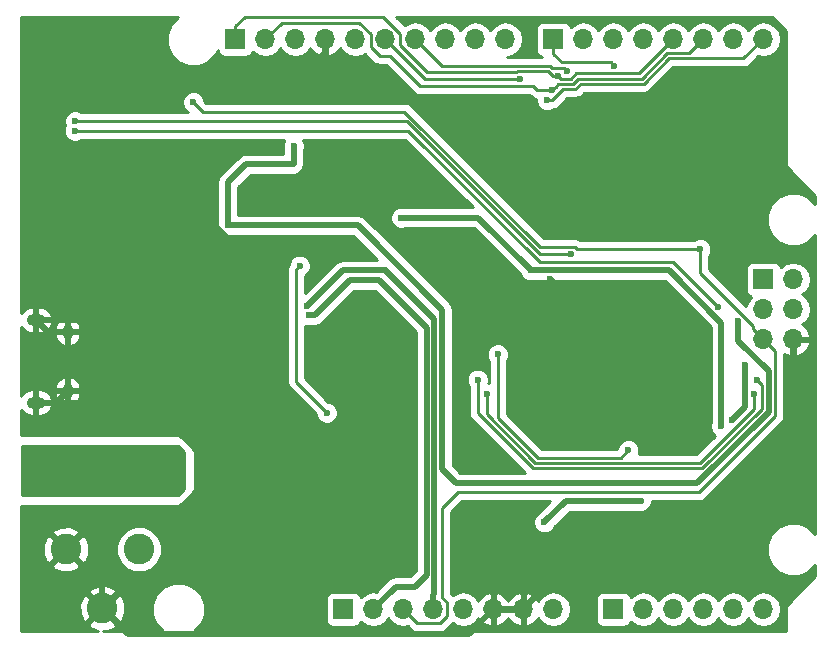
<source format=gbl>
G04 #@! TF.FileFunction,Copper,L2,Bot,Signal*
%FSLAX46Y46*%
G04 Gerber Fmt 4.6, Leading zero omitted, Abs format (unit mm)*
G04 Created by KiCad (PCBNEW 4.0.7) date 10/13/17 09:34:35*
%MOMM*%
%LPD*%
G01*
G04 APERTURE LIST*
%ADD10C,0.100000*%
%ADD11C,2.600000*%
%ADD12R,1.700000X1.700000*%
%ADD13O,1.700000X1.700000*%
%ADD14O,0.950000X1.250000*%
%ADD15O,1.550000X1.000000*%
%ADD16C,0.600000*%
%ADD17C,0.500000*%
%ADD18C,0.250000*%
%ADD19C,0.254000*%
G04 APERTURE END LIST*
D10*
D11*
X75565000Y-119380000D03*
X81765000Y-119380000D03*
X78665000Y-124380000D03*
D12*
X99060000Y-124460000D03*
D13*
X101600000Y-124460000D03*
X104140000Y-124460000D03*
X106680000Y-124460000D03*
X109220000Y-124460000D03*
X111760000Y-124460000D03*
X114300000Y-124460000D03*
X116840000Y-124460000D03*
D12*
X121920000Y-124460000D03*
D13*
X124460000Y-124460000D03*
X127000000Y-124460000D03*
X129540000Y-124460000D03*
X132080000Y-124460000D03*
X134620000Y-124460000D03*
D12*
X89916000Y-76200000D03*
D13*
X92456000Y-76200000D03*
X94996000Y-76200000D03*
X97536000Y-76200000D03*
X100076000Y-76200000D03*
X102616000Y-76200000D03*
X105156000Y-76200000D03*
X107696000Y-76200000D03*
X110236000Y-76200000D03*
X112776000Y-76200000D03*
D12*
X116840000Y-76200000D03*
D13*
X119380000Y-76200000D03*
X121920000Y-76200000D03*
X124460000Y-76200000D03*
X127000000Y-76200000D03*
X129540000Y-76200000D03*
X132080000Y-76200000D03*
X134620000Y-76200000D03*
D12*
X134620000Y-96520000D03*
D13*
X137160000Y-96520000D03*
X134620000Y-99060000D03*
X137160000Y-99060000D03*
X134620000Y-101600000D03*
X137160000Y-101600000D03*
D14*
X75725000Y-100965000D03*
X75725000Y-105965000D03*
D15*
X73025000Y-99965000D03*
X73025000Y-106965000D03*
D16*
X94869000Y-85217000D03*
X89281000Y-91948000D03*
X132461000Y-100076000D03*
X91428462Y-93282252D03*
X116600000Y-96500000D03*
X85598000Y-86360000D03*
X81153000Y-80645000D03*
X101473000Y-99695000D03*
X102362000Y-110236000D03*
X94107000Y-114935000D03*
X130175000Y-116459000D03*
X114000000Y-108800000D03*
X119300000Y-109900000D03*
X124254010Y-115297380D03*
X133096000Y-103759000D03*
X131953000Y-108458000D03*
X116078000Y-117094000D03*
X123190000Y-110998000D03*
X112141000Y-102870000D03*
X103981814Y-91313132D03*
X114921273Y-95759937D03*
X131064000Y-108966000D03*
X95359934Y-95377000D03*
X97663000Y-107823000D03*
X77470000Y-114300000D03*
X77470000Y-111125000D03*
X83820000Y-114300000D03*
X82550000Y-114300000D03*
X81280000Y-114300000D03*
X80010000Y-114300000D03*
X78740000Y-114300000D03*
X78740000Y-111125000D03*
X80010000Y-111125000D03*
X81280000Y-111125000D03*
X82550000Y-111125000D03*
X83820000Y-111125000D03*
X96139000Y-99568000D03*
X95983136Y-98783318D03*
X102616000Y-95758000D03*
X118335171Y-94417935D03*
X76356713Y-83130206D03*
X130777811Y-98838189D03*
X76322004Y-83929464D03*
X86360000Y-81534000D03*
X129286000Y-93980000D03*
X117254819Y-79332452D03*
X116724637Y-80499037D03*
X114060471Y-79548868D03*
X118020375Y-78900033D03*
X121985560Y-78450052D03*
X116318430Y-81364879D03*
X110437429Y-105021138D03*
X134084553Y-105056447D03*
X133859106Y-106232755D03*
X111184898Y-106232755D03*
D17*
X132461000Y-100500264D02*
X132461000Y-100076000D01*
X107439092Y-112622320D02*
X108608772Y-113792000D01*
X100278031Y-91948000D02*
X107439092Y-99109061D01*
X108608772Y-113792000D02*
X129032000Y-113792000D01*
X89281000Y-91948000D02*
X100278031Y-91948000D01*
X129032000Y-113792000D02*
X135059118Y-107764882D01*
X107439092Y-99109061D02*
X107439092Y-112622320D01*
X135059118Y-104325118D02*
X132461000Y-101727000D01*
X135059118Y-107764882D02*
X135059118Y-104325118D01*
X132461000Y-101727000D02*
X132461000Y-100500264D01*
X89281000Y-91948000D02*
X89281000Y-88319688D01*
X89281000Y-88319688D02*
X90834422Y-86766266D01*
X90834422Y-86766266D02*
X94869000Y-86766266D01*
X94869000Y-86766266D02*
X94869000Y-85217000D01*
X91128463Y-93582251D02*
X91428462Y-93282252D01*
X91004198Y-93282252D02*
X91428462Y-93282252D01*
X85598000Y-89400048D02*
X89480204Y-93282252D01*
X85598000Y-86360000D02*
X85598000Y-89400048D01*
X84745714Y-99965000D02*
X91128463Y-93582251D01*
X73025000Y-99965000D02*
X84745714Y-99965000D01*
X89480204Y-93282252D02*
X91004198Y-93282252D01*
X86995000Y-116205000D02*
X78740000Y-116205000D01*
X78740000Y-116205000D02*
X75565000Y-119380000D01*
X86995000Y-110490000D02*
X86995000Y-116205000D01*
X83470000Y-106965000D02*
X86995000Y-110490000D01*
X73025000Y-106965000D02*
X83470000Y-106965000D01*
X73035681Y-106975681D02*
X73025000Y-106965000D01*
X119300000Y-109900000D02*
X119300000Y-99200000D01*
X119300000Y-99200000D02*
X116600000Y-96500000D01*
X85471000Y-79375000D02*
X84201000Y-80645000D01*
X84201000Y-80645000D02*
X81153000Y-80645000D01*
X94234000Y-79375000D02*
X85471000Y-79375000D01*
X95563081Y-79375000D02*
X94234000Y-79375000D01*
X97536000Y-76200000D02*
X97536000Y-77402081D01*
X97536000Y-77402081D02*
X95563081Y-79375000D01*
X102362000Y-100584000D02*
X101473000Y-99695000D01*
X102362000Y-110236000D02*
X102362000Y-100584000D01*
X94107000Y-114935000D02*
X97663000Y-114935000D01*
X97663000Y-114935000D02*
X102362000Y-110236000D01*
X114300000Y-124460000D02*
X122301000Y-116459000D01*
X122301000Y-116459000D02*
X130175000Y-116459000D01*
X137160000Y-109474000D02*
X130175000Y-116459000D01*
X137160000Y-101600000D02*
X137160000Y-109474000D01*
X119300000Y-109900000D02*
X115100000Y-109900000D01*
X115100000Y-109900000D02*
X114000000Y-108800000D01*
X111760000Y-124460000D02*
X109709999Y-126510001D01*
X80795001Y-126510001D02*
X79964999Y-125679999D01*
X109709999Y-126510001D02*
X80795001Y-126510001D01*
X79964999Y-125679999D02*
X78665000Y-124380000D01*
X114300000Y-124460000D02*
X111760000Y-124460000D01*
X73025000Y-99965000D02*
X73025000Y-100965000D01*
X73025000Y-100965000D02*
X73025000Y-106965000D01*
X75725000Y-100965000D02*
X74025000Y-100965000D01*
X74025000Y-100965000D02*
X73025000Y-99965000D01*
X73025000Y-106965000D02*
X74725000Y-106965000D01*
X74725000Y-106965000D02*
X75725000Y-105965000D01*
X75565000Y-119380000D02*
X78665000Y-122480000D01*
X78665000Y-122480000D02*
X78665000Y-124380000D01*
X131953000Y-108458000D02*
X133109096Y-107301904D01*
X133109096Y-107301904D02*
X133109096Y-103772096D01*
X133109096Y-103772096D02*
X133096000Y-103759000D01*
X117874620Y-115297380D02*
X123829746Y-115297380D01*
X116078000Y-117094000D02*
X117874620Y-115297380D01*
X123829746Y-115297380D02*
X124254010Y-115297380D01*
D18*
X112141000Y-102870000D02*
X112141000Y-108222753D01*
X112141000Y-108222753D02*
X115531436Y-111613189D01*
X115531436Y-111613189D02*
X122574811Y-111613189D01*
X122574811Y-111613189D02*
X123190000Y-110998000D01*
D17*
X131064000Y-108966000D02*
X131064000Y-100185053D01*
X131064000Y-100185053D02*
X126628945Y-95749998D01*
X115345537Y-95759937D02*
X114921273Y-95759937D01*
X126628945Y-95749998D02*
X115355476Y-95749998D01*
X115355476Y-95749998D02*
X115345537Y-95759937D01*
X114921273Y-95759937D02*
X114921273Y-95743702D01*
X114921273Y-95743702D02*
X110490703Y-91313132D01*
X110490703Y-91313132D02*
X103981814Y-91313132D01*
D18*
X95059935Y-105219935D02*
X95059935Y-95676999D01*
X97663000Y-107823000D02*
X95059935Y-105219935D01*
X95059935Y-95676999D02*
X95359934Y-95377000D01*
D17*
X105110702Y-122555000D02*
X106119072Y-121546630D01*
X96563264Y-99568000D02*
X96139000Y-99568000D01*
X106119072Y-121546630D02*
X106119072Y-100637594D01*
X106119072Y-100637594D02*
X102087654Y-96606176D01*
X101600000Y-124460000D02*
X103505000Y-122555000D01*
X103505000Y-122555000D02*
X105110702Y-122555000D01*
X102087654Y-96606176D02*
X99621224Y-96606176D01*
X99621224Y-96606176D02*
X96659400Y-99568000D01*
X96659400Y-99568000D02*
X96563264Y-99568000D01*
X77470000Y-114300000D02*
X78740000Y-114300000D01*
X78740000Y-111125000D02*
X77470000Y-111125000D01*
X82550000Y-114300000D02*
X83820000Y-114300000D01*
X80010000Y-114300000D02*
X81280000Y-114300000D01*
X81280000Y-111125000D02*
X80010000Y-111125000D01*
X83820000Y-111125000D02*
X82550000Y-111125000D01*
X106779082Y-99921082D02*
X102915999Y-96057999D01*
X106680000Y-123257919D02*
X106779082Y-123158837D01*
X106680000Y-124460000D02*
X106680000Y-123257919D01*
X106779082Y-123158837D02*
X106779082Y-99921082D01*
X102915999Y-96057999D02*
X102616000Y-95758000D01*
X96283135Y-98483319D02*
X95983136Y-98783318D01*
X99008454Y-95758000D02*
X96283135Y-98483319D01*
X102616000Y-95758000D02*
X99008454Y-95758000D01*
D18*
X117910907Y-94417935D02*
X118335171Y-94417935D01*
X115701606Y-94417935D02*
X117910907Y-94417935D01*
X104413877Y-83130206D02*
X115701606Y-94417935D01*
X76356713Y-83130206D02*
X104413877Y-83130206D01*
X126982567Y-95042945D02*
X130477812Y-98538190D01*
X130477812Y-98538190D02*
X130777811Y-98838189D01*
X104576725Y-83929464D02*
X115690206Y-95042945D01*
X76322004Y-83929464D02*
X104576725Y-83929464D01*
X115690206Y-95042945D02*
X126982567Y-95042945D01*
X128861736Y-93980000D02*
X129286000Y-93980000D01*
X104237781Y-82317700D02*
X115713015Y-93792934D01*
X86360000Y-81534000D02*
X87143700Y-82317700D01*
X118822238Y-93980000D02*
X128861736Y-93980000D01*
X118635172Y-93792934D02*
X118822238Y-93980000D01*
X115713015Y-93792934D02*
X118635172Y-93792934D01*
X87143700Y-82317700D02*
X104237781Y-82317700D01*
X129149002Y-114563998D02*
X135634129Y-108078871D01*
X107402638Y-115920757D02*
X108759397Y-114563998D01*
X107402638Y-123443636D02*
X107402638Y-115920757D01*
X107855001Y-123895999D02*
X107402638Y-123443636D01*
X105315001Y-125635001D02*
X107244001Y-125635001D01*
X135634129Y-108078871D02*
X135634129Y-102614129D01*
X135634129Y-102614129D02*
X135469999Y-102449999D01*
X104140000Y-124460000D02*
X105315001Y-125635001D01*
X107855001Y-125024001D02*
X107855001Y-123895999D01*
X107244001Y-125635001D02*
X107855001Y-125024001D01*
X135469999Y-102449999D02*
X134620000Y-101600000D01*
X108759397Y-114563998D02*
X129149002Y-114563998D01*
X133770001Y-100750001D02*
X134620000Y-101600000D01*
X133770001Y-100459999D02*
X133770001Y-100750001D01*
X129286000Y-93980000D02*
X129286000Y-95975998D01*
X129286000Y-95975998D02*
X133770001Y-100459999D01*
X113760470Y-78923867D02*
X116421970Y-78923867D01*
X113749946Y-78934391D02*
X113760470Y-78923867D01*
X106151389Y-78934391D02*
X113749946Y-78934391D01*
X102443848Y-74288846D02*
X103877367Y-75722365D01*
X103877367Y-75722365D02*
X103877367Y-76660369D01*
X89916000Y-76200000D02*
X89916000Y-75100000D01*
X89916000Y-75100000D02*
X90727154Y-74288846D01*
X90727154Y-74288846D02*
X102443848Y-74288846D01*
X116830555Y-79332452D02*
X117254819Y-79332452D01*
X116421970Y-78923867D02*
X116830555Y-79332452D01*
X103877367Y-76660369D02*
X106151389Y-78934391D01*
X117447402Y-79525035D02*
X117254819Y-79332452D01*
X118770358Y-79075054D02*
X118320377Y-79525035D01*
X127000000Y-76200000D02*
X124124946Y-79075054D01*
X124124946Y-79075054D02*
X118770358Y-79075054D01*
X118320377Y-79525035D02*
X117447402Y-79525035D01*
X92456000Y-76200000D02*
X93853000Y-74803000D01*
X93853000Y-74803000D02*
X100418002Y-74803000D01*
X100418002Y-74803000D02*
X101362625Y-75747623D01*
X101362625Y-76856255D02*
X102135424Y-77629054D01*
X101362625Y-75747623D02*
X101362625Y-76856255D01*
X115451589Y-80499037D02*
X116724637Y-80499037D01*
X102135424Y-77629054D02*
X103010286Y-77629054D01*
X103010286Y-77629054D02*
X105555110Y-80173878D01*
X105555110Y-80173878D02*
X115126430Y-80173878D01*
X115126430Y-80173878D02*
X115451589Y-80499037D01*
X118506777Y-79975045D02*
X117248628Y-79975046D01*
X126461409Y-77375001D02*
X124311346Y-79525064D01*
X128364999Y-77375001D02*
X126461409Y-77375001D01*
X117024636Y-80199038D02*
X116724637Y-80499037D01*
X129540000Y-76200000D02*
X128364999Y-77375001D01*
X118956758Y-79525064D02*
X118506777Y-79975045D01*
X117248628Y-79975046D02*
X117024636Y-80199038D01*
X124311346Y-79525064D02*
X118956758Y-79525064D01*
X102616000Y-76200000D02*
X105964868Y-79548868D01*
X113636207Y-79548868D02*
X114060471Y-79548868D01*
X105964868Y-79548868D02*
X113636207Y-79548868D01*
X105156000Y-76200000D02*
X107394596Y-78438596D01*
X107394596Y-78438596D02*
X116573110Y-78438596D01*
X116573110Y-78438596D02*
X116767632Y-78633118D01*
X116767632Y-78633118D02*
X117753460Y-78633118D01*
X117753460Y-78633118D02*
X118020375Y-78900033D01*
X116840000Y-76200000D02*
X116840000Y-77410760D01*
X121685561Y-78150053D02*
X121985560Y-78450052D01*
X116840000Y-77410760D02*
X117579293Y-78150053D01*
X117579293Y-78150053D02*
X121685561Y-78150053D01*
X117682518Y-80425055D02*
X116742694Y-81364879D01*
X118693176Y-80425055D02*
X117682518Y-80425055D01*
X119143157Y-79975074D02*
X118693176Y-80425055D01*
X132940059Y-77825012D02*
X126647808Y-77825012D01*
X134565071Y-76200000D02*
X132940059Y-77825012D01*
X116742694Y-81364879D02*
X116318430Y-81364879D01*
X134620000Y-76200000D02*
X134565071Y-76200000D01*
X122658361Y-79975074D02*
X121312756Y-79975072D01*
X121312754Y-79975074D02*
X119143157Y-79975074D01*
X126647808Y-77825012D02*
X124497746Y-79975074D01*
X121312756Y-79975072D02*
X121312754Y-79975074D01*
X124497746Y-79975074D02*
X122658361Y-79975074D01*
X134384552Y-105356446D02*
X134084553Y-105056447D01*
X110437429Y-105021138D02*
X110437429Y-107846720D01*
X110437429Y-107846720D02*
X115116163Y-112525454D01*
X134484108Y-107502717D02*
X134484108Y-105456002D01*
X134484108Y-105456002D02*
X134384552Y-105356446D01*
X129461371Y-112525454D02*
X134484108Y-107502717D01*
X115116163Y-112525454D02*
X129461371Y-112525454D01*
X111184898Y-106232755D02*
X111184898Y-107957778D01*
X133859106Y-106657019D02*
X133859106Y-106232755D01*
X133859106Y-107491308D02*
X133859106Y-106657019D01*
X129274971Y-112075443D02*
X133859106Y-107491308D01*
X115302563Y-112075443D02*
X129274971Y-112075443D01*
X111184898Y-107957778D02*
X115302563Y-112075443D01*
D19*
G36*
X84466364Y-74932321D02*
X84125389Y-75753481D01*
X84124613Y-76642619D01*
X84464155Y-77464372D01*
X85092321Y-78093636D01*
X85913481Y-78434611D01*
X86802619Y-78435387D01*
X87624372Y-78095845D01*
X88253636Y-77467679D01*
X88421214Y-77064106D01*
X88462838Y-77285317D01*
X88601910Y-77501441D01*
X88814110Y-77646431D01*
X89066000Y-77697440D01*
X90766000Y-77697440D01*
X91001317Y-77653162D01*
X91217441Y-77514090D01*
X91362431Y-77301890D01*
X91376086Y-77234459D01*
X91405946Y-77279147D01*
X91887715Y-77601054D01*
X92456000Y-77714093D01*
X93024285Y-77601054D01*
X93506054Y-77279147D01*
X93726000Y-76949974D01*
X93945946Y-77279147D01*
X94427715Y-77601054D01*
X94996000Y-77714093D01*
X95564285Y-77601054D01*
X96046054Y-77279147D01*
X96273702Y-76938447D01*
X96340817Y-77081358D01*
X96769076Y-77471645D01*
X97179110Y-77641476D01*
X97409000Y-77520155D01*
X97409000Y-76327000D01*
X97389000Y-76327000D01*
X97389000Y-76073000D01*
X97409000Y-76073000D01*
X97409000Y-76053000D01*
X97663000Y-76053000D01*
X97663000Y-76073000D01*
X97683000Y-76073000D01*
X97683000Y-76327000D01*
X97663000Y-76327000D01*
X97663000Y-77520155D01*
X97892890Y-77641476D01*
X98302924Y-77471645D01*
X98731183Y-77081358D01*
X98798298Y-76938447D01*
X99025946Y-77279147D01*
X99507715Y-77601054D01*
X100076000Y-77714093D01*
X100644285Y-77601054D01*
X100877076Y-77445508D01*
X101598023Y-78166455D01*
X101844585Y-78331202D01*
X102135424Y-78389054D01*
X102695484Y-78389054D01*
X105017709Y-80711279D01*
X105264271Y-80876026D01*
X105555110Y-80933878D01*
X114811628Y-80933878D01*
X114914188Y-81036438D01*
X115160749Y-81201185D01*
X115383533Y-81245500D01*
X115383268Y-81550046D01*
X115525313Y-81893822D01*
X115788103Y-82157071D01*
X116131631Y-82299717D01*
X116503597Y-82300041D01*
X116847373Y-82157996D01*
X116914852Y-82090634D01*
X117033533Y-82067027D01*
X117280095Y-81902280D01*
X117997320Y-81185055D01*
X118693176Y-81185055D01*
X118984015Y-81127203D01*
X119230577Y-80962456D01*
X119457959Y-80735074D01*
X121312754Y-80735074D01*
X121312764Y-80735072D01*
X122658360Y-80735074D01*
X124497746Y-80735074D01*
X124788585Y-80677222D01*
X125035147Y-80512475D01*
X126962610Y-78585012D01*
X132940059Y-78585012D01*
X133230898Y-78527160D01*
X133477460Y-78362413D01*
X134207776Y-77632097D01*
X134620000Y-77714093D01*
X135188285Y-77601054D01*
X135670054Y-77279147D01*
X135991961Y-76797378D01*
X136105000Y-76229093D01*
X136105000Y-76170907D01*
X135991961Y-75602622D01*
X135670054Y-75120853D01*
X135188285Y-74798946D01*
X134620000Y-74685907D01*
X134051715Y-74798946D01*
X133569946Y-75120853D01*
X133350000Y-75450026D01*
X133130054Y-75120853D01*
X132648285Y-74798946D01*
X132080000Y-74685907D01*
X131511715Y-74798946D01*
X131029946Y-75120853D01*
X130810000Y-75450026D01*
X130590054Y-75120853D01*
X130108285Y-74798946D01*
X129540000Y-74685907D01*
X128971715Y-74798946D01*
X128489946Y-75120853D01*
X128270000Y-75450026D01*
X128050054Y-75120853D01*
X127568285Y-74798946D01*
X127000000Y-74685907D01*
X126431715Y-74798946D01*
X125949946Y-75120853D01*
X125730000Y-75450026D01*
X125510054Y-75120853D01*
X125028285Y-74798946D01*
X124460000Y-74685907D01*
X123891715Y-74798946D01*
X123409946Y-75120853D01*
X123190000Y-75450026D01*
X122970054Y-75120853D01*
X122488285Y-74798946D01*
X121920000Y-74685907D01*
X121351715Y-74798946D01*
X120869946Y-75120853D01*
X120650000Y-75450026D01*
X120430054Y-75120853D01*
X119948285Y-74798946D01*
X119380000Y-74685907D01*
X118811715Y-74798946D01*
X118329946Y-75120853D01*
X118302150Y-75162452D01*
X118293162Y-75114683D01*
X118154090Y-74898559D01*
X117941890Y-74753569D01*
X117690000Y-74702560D01*
X115990000Y-74702560D01*
X115754683Y-74746838D01*
X115538559Y-74885910D01*
X115393569Y-75098110D01*
X115342560Y-75350000D01*
X115342560Y-77050000D01*
X115386838Y-77285317D01*
X115525910Y-77501441D01*
X115738110Y-77646431D01*
X115896946Y-77678596D01*
X112954455Y-77678596D01*
X113344285Y-77601054D01*
X113826054Y-77279147D01*
X114147961Y-76797378D01*
X114261000Y-76229093D01*
X114261000Y-76170907D01*
X114147961Y-75602622D01*
X113826054Y-75120853D01*
X113344285Y-74798946D01*
X112776000Y-74685907D01*
X112207715Y-74798946D01*
X111725946Y-75120853D01*
X111506000Y-75450026D01*
X111286054Y-75120853D01*
X110804285Y-74798946D01*
X110236000Y-74685907D01*
X109667715Y-74798946D01*
X109185946Y-75120853D01*
X108966000Y-75450026D01*
X108746054Y-75120853D01*
X108264285Y-74798946D01*
X107696000Y-74685907D01*
X107127715Y-74798946D01*
X106645946Y-75120853D01*
X106426000Y-75450026D01*
X106206054Y-75120853D01*
X105724285Y-74798946D01*
X105156000Y-74685907D01*
X104587715Y-74798946D01*
X104252640Y-75022836D01*
X103536331Y-74306527D01*
X135341472Y-74306527D01*
X136505000Y-75470055D01*
X136505000Y-86614000D01*
X136530287Y-86741124D01*
X136554055Y-86868556D01*
X136556330Y-86872050D01*
X136557143Y-86876138D01*
X136629148Y-86983901D01*
X136699878Y-87092545D01*
X138985000Y-89432952D01*
X138985000Y-90104659D01*
X138427679Y-89546364D01*
X137606519Y-89205389D01*
X136717381Y-89204613D01*
X135895628Y-89544155D01*
X135266364Y-90172321D01*
X134925389Y-90993481D01*
X134924613Y-91882619D01*
X135264155Y-92704372D01*
X135892321Y-93333636D01*
X136713481Y-93674611D01*
X137602619Y-93675387D01*
X138424372Y-93335845D01*
X138985000Y-92776195D01*
X138985000Y-118044659D01*
X138427679Y-117486364D01*
X137606519Y-117145389D01*
X136717381Y-117144613D01*
X135895628Y-117484155D01*
X135266364Y-118112321D01*
X134925389Y-118933481D01*
X134924613Y-119822619D01*
X135264155Y-120644372D01*
X135892321Y-121273636D01*
X136713481Y-121614611D01*
X137602619Y-121615387D01*
X138424372Y-121275845D01*
X138985000Y-120716195D01*
X138985000Y-121641048D01*
X136699878Y-123981455D01*
X136629148Y-124090099D01*
X136557143Y-124197862D01*
X136556330Y-124201950D01*
X136554055Y-124205444D01*
X136530287Y-124332876D01*
X136505000Y-124460000D01*
X136505000Y-126315000D01*
X107567988Y-126315000D01*
X107781402Y-126172402D01*
X108316640Y-125637164D01*
X108651715Y-125861054D01*
X109220000Y-125974093D01*
X109788285Y-125861054D01*
X110270054Y-125539147D01*
X110497702Y-125198447D01*
X110564817Y-125341358D01*
X110993076Y-125731645D01*
X111403110Y-125901476D01*
X111633000Y-125780155D01*
X111633000Y-124587000D01*
X111887000Y-124587000D01*
X111887000Y-125780155D01*
X112116890Y-125901476D01*
X112526924Y-125731645D01*
X112955183Y-125341358D01*
X113030000Y-125182046D01*
X113104817Y-125341358D01*
X113533076Y-125731645D01*
X113943110Y-125901476D01*
X114173000Y-125780155D01*
X114173000Y-124587000D01*
X111887000Y-124587000D01*
X111633000Y-124587000D01*
X111613000Y-124587000D01*
X111613000Y-124333000D01*
X111633000Y-124333000D01*
X111633000Y-123139845D01*
X111887000Y-123139845D01*
X111887000Y-124333000D01*
X114173000Y-124333000D01*
X114173000Y-123139845D01*
X114427000Y-123139845D01*
X114427000Y-124333000D01*
X114447000Y-124333000D01*
X114447000Y-124587000D01*
X114427000Y-124587000D01*
X114427000Y-125780155D01*
X114656890Y-125901476D01*
X115066924Y-125731645D01*
X115495183Y-125341358D01*
X115562298Y-125198447D01*
X115789946Y-125539147D01*
X116271715Y-125861054D01*
X116840000Y-125974093D01*
X117408285Y-125861054D01*
X117890054Y-125539147D01*
X118211961Y-125057378D01*
X118325000Y-124489093D01*
X118325000Y-124430907D01*
X118211961Y-123862622D01*
X118043165Y-123610000D01*
X120422560Y-123610000D01*
X120422560Y-125310000D01*
X120466838Y-125545317D01*
X120605910Y-125761441D01*
X120818110Y-125906431D01*
X121070000Y-125957440D01*
X122770000Y-125957440D01*
X123005317Y-125913162D01*
X123221441Y-125774090D01*
X123366431Y-125561890D01*
X123380086Y-125494459D01*
X123409946Y-125539147D01*
X123891715Y-125861054D01*
X124460000Y-125974093D01*
X125028285Y-125861054D01*
X125510054Y-125539147D01*
X125730000Y-125209974D01*
X125949946Y-125539147D01*
X126431715Y-125861054D01*
X127000000Y-125974093D01*
X127568285Y-125861054D01*
X128050054Y-125539147D01*
X128270000Y-125209974D01*
X128489946Y-125539147D01*
X128971715Y-125861054D01*
X129540000Y-125974093D01*
X130108285Y-125861054D01*
X130590054Y-125539147D01*
X130810000Y-125209974D01*
X131029946Y-125539147D01*
X131511715Y-125861054D01*
X132080000Y-125974093D01*
X132648285Y-125861054D01*
X133130054Y-125539147D01*
X133350000Y-125209974D01*
X133569946Y-125539147D01*
X134051715Y-125861054D01*
X134620000Y-125974093D01*
X135188285Y-125861054D01*
X135670054Y-125539147D01*
X135991961Y-125057378D01*
X136105000Y-124489093D01*
X136105000Y-124430907D01*
X135991961Y-123862622D01*
X135670054Y-123380853D01*
X135188285Y-123058946D01*
X134620000Y-122945907D01*
X134051715Y-123058946D01*
X133569946Y-123380853D01*
X133350000Y-123710026D01*
X133130054Y-123380853D01*
X132648285Y-123058946D01*
X132080000Y-122945907D01*
X131511715Y-123058946D01*
X131029946Y-123380853D01*
X130810000Y-123710026D01*
X130590054Y-123380853D01*
X130108285Y-123058946D01*
X129540000Y-122945907D01*
X128971715Y-123058946D01*
X128489946Y-123380853D01*
X128270000Y-123710026D01*
X128050054Y-123380853D01*
X127568285Y-123058946D01*
X127000000Y-122945907D01*
X126431715Y-123058946D01*
X125949946Y-123380853D01*
X125730000Y-123710026D01*
X125510054Y-123380853D01*
X125028285Y-123058946D01*
X124460000Y-122945907D01*
X123891715Y-123058946D01*
X123409946Y-123380853D01*
X123382150Y-123422452D01*
X123373162Y-123374683D01*
X123234090Y-123158559D01*
X123021890Y-123013569D01*
X122770000Y-122962560D01*
X121070000Y-122962560D01*
X120834683Y-123006838D01*
X120618559Y-123145910D01*
X120473569Y-123358110D01*
X120422560Y-123610000D01*
X118043165Y-123610000D01*
X117890054Y-123380853D01*
X117408285Y-123058946D01*
X116840000Y-122945907D01*
X116271715Y-123058946D01*
X115789946Y-123380853D01*
X115562298Y-123721553D01*
X115495183Y-123578642D01*
X115066924Y-123188355D01*
X114656890Y-123018524D01*
X114427000Y-123139845D01*
X114173000Y-123139845D01*
X113943110Y-123018524D01*
X113533076Y-123188355D01*
X113104817Y-123578642D01*
X113030000Y-123737954D01*
X112955183Y-123578642D01*
X112526924Y-123188355D01*
X112116890Y-123018524D01*
X111887000Y-123139845D01*
X111633000Y-123139845D01*
X111403110Y-123018524D01*
X110993076Y-123188355D01*
X110564817Y-123578642D01*
X110497702Y-123721553D01*
X110270054Y-123380853D01*
X109788285Y-123058946D01*
X109220000Y-122945907D01*
X108651715Y-123058946D01*
X108316640Y-123282836D01*
X108162638Y-123128834D01*
X108162638Y-116235559D01*
X109074199Y-115323998D01*
X116596423Y-115323998D01*
X115669164Y-116251256D01*
X115549057Y-116300883D01*
X115285808Y-116563673D01*
X115143162Y-116907201D01*
X115142838Y-117279167D01*
X115284883Y-117622943D01*
X115547673Y-117886192D01*
X115891201Y-118028838D01*
X116263167Y-118029162D01*
X116606943Y-117887117D01*
X116870192Y-117624327D01*
X116920566Y-117503014D01*
X118241199Y-116182380D01*
X123947188Y-116182380D01*
X124067211Y-116232218D01*
X124439177Y-116232542D01*
X124782953Y-116090497D01*
X125046202Y-115827707D01*
X125188848Y-115484179D01*
X125188988Y-115323998D01*
X129149002Y-115323998D01*
X129439841Y-115266146D01*
X129686403Y-115101399D01*
X136171530Y-108616272D01*
X136336277Y-108369710D01*
X136394129Y-108078871D01*
X136394129Y-102849419D01*
X136803108Y-103041486D01*
X137033000Y-102920819D01*
X137033000Y-101727000D01*
X137287000Y-101727000D01*
X137287000Y-102920819D01*
X137516892Y-103041486D01*
X138041358Y-102795183D01*
X138431645Y-102366924D01*
X138601476Y-101956890D01*
X138480155Y-101727000D01*
X137287000Y-101727000D01*
X137033000Y-101727000D01*
X137013000Y-101727000D01*
X137013000Y-101473000D01*
X137033000Y-101473000D01*
X137033000Y-101453000D01*
X137287000Y-101453000D01*
X137287000Y-101473000D01*
X138480155Y-101473000D01*
X138601476Y-101243110D01*
X138431645Y-100833076D01*
X138041358Y-100404817D01*
X137898447Y-100337702D01*
X138239147Y-100110054D01*
X138561054Y-99628285D01*
X138674093Y-99060000D01*
X138561054Y-98491715D01*
X138239147Y-98009946D01*
X137909974Y-97790000D01*
X138239147Y-97570054D01*
X138561054Y-97088285D01*
X138674093Y-96520000D01*
X138561054Y-95951715D01*
X138239147Y-95469946D01*
X137757378Y-95148039D01*
X137189093Y-95035000D01*
X137130907Y-95035000D01*
X136562622Y-95148039D01*
X136080853Y-95469946D01*
X136080029Y-95471179D01*
X136073162Y-95434683D01*
X135934090Y-95218559D01*
X135721890Y-95073569D01*
X135470000Y-95022560D01*
X133770000Y-95022560D01*
X133534683Y-95066838D01*
X133318559Y-95205910D01*
X133173569Y-95418110D01*
X133122560Y-95670000D01*
X133122560Y-97370000D01*
X133166838Y-97605317D01*
X133305910Y-97821441D01*
X133518110Y-97966431D01*
X133585541Y-97980086D01*
X133540853Y-98009946D01*
X133218946Y-98491715D01*
X133162134Y-98777330D01*
X130046000Y-95661196D01*
X130046000Y-94542463D01*
X130078192Y-94510327D01*
X130220838Y-94166799D01*
X130221162Y-93794833D01*
X130079117Y-93451057D01*
X129816327Y-93187808D01*
X129472799Y-93045162D01*
X129100833Y-93044838D01*
X128757057Y-93186883D01*
X128723882Y-93220000D01*
X119119394Y-93220000D01*
X118926011Y-93090786D01*
X118635172Y-93032934D01*
X116027817Y-93032934D01*
X104775182Y-81780299D01*
X104528620Y-81615552D01*
X104237781Y-81557700D01*
X87458502Y-81557700D01*
X87295122Y-81394320D01*
X87295162Y-81348833D01*
X87153117Y-81005057D01*
X86890327Y-80741808D01*
X86546799Y-80599162D01*
X86174833Y-80598838D01*
X85831057Y-80740883D01*
X85567808Y-81003673D01*
X85425162Y-81347201D01*
X85424838Y-81719167D01*
X85566883Y-82062943D01*
X85829673Y-82326192D01*
X85935670Y-82370206D01*
X76919176Y-82370206D01*
X76887040Y-82338014D01*
X76543512Y-82195368D01*
X76171546Y-82195044D01*
X75827770Y-82337089D01*
X75564521Y-82599879D01*
X75421875Y-82943407D01*
X75421551Y-83315373D01*
X75492896Y-83488041D01*
X75387166Y-83742665D01*
X75386842Y-84114631D01*
X75528887Y-84458407D01*
X75791677Y-84721656D01*
X76135205Y-84864302D01*
X76507171Y-84864626D01*
X76850947Y-84722581D01*
X76884122Y-84689464D01*
X94075649Y-84689464D01*
X93934162Y-85030201D01*
X93933838Y-85402167D01*
X93984000Y-85523569D01*
X93984000Y-85881266D01*
X90834422Y-85881266D01*
X90495747Y-85948633D01*
X90208632Y-86140476D01*
X90208630Y-86140479D01*
X88655210Y-87693898D01*
X88463367Y-87981013D01*
X88463367Y-87981014D01*
X88395999Y-88319688D01*
X88396000Y-88319693D01*
X88396000Y-91641178D01*
X88346162Y-91761201D01*
X88345838Y-92133167D01*
X88487883Y-92476943D01*
X88750673Y-92740192D01*
X89094201Y-92882838D01*
X89466167Y-92883162D01*
X89587569Y-92833000D01*
X99911451Y-92833000D01*
X101951451Y-94873000D01*
X99008459Y-94873000D01*
X99008454Y-94872999D01*
X98669779Y-94940367D01*
X98382664Y-95132210D01*
X98382662Y-95132213D01*
X95819935Y-97694939D01*
X95819935Y-96198603D01*
X95888877Y-96170117D01*
X96152126Y-95907327D01*
X96294772Y-95563799D01*
X96295096Y-95191833D01*
X96153051Y-94848057D01*
X95890261Y-94584808D01*
X95546733Y-94442162D01*
X95174767Y-94441838D01*
X94830991Y-94583883D01*
X94567742Y-94846673D01*
X94425096Y-95190201D01*
X94425013Y-95285549D01*
X94357787Y-95386160D01*
X94299935Y-95676999D01*
X94299935Y-105219935D01*
X94357787Y-105510774D01*
X94522534Y-105757336D01*
X96727878Y-107962680D01*
X96727838Y-108008167D01*
X96869883Y-108351943D01*
X97132673Y-108615192D01*
X97476201Y-108757838D01*
X97848167Y-108758162D01*
X98191943Y-108616117D01*
X98455192Y-108353327D01*
X98597838Y-108009799D01*
X98598162Y-107637833D01*
X98456117Y-107294057D01*
X98193327Y-107030808D01*
X97849799Y-106888162D01*
X97802923Y-106888121D01*
X95819935Y-104905133D01*
X95819935Y-100447916D01*
X95952201Y-100502838D01*
X96324167Y-100503162D01*
X96445569Y-100453000D01*
X96659395Y-100453000D01*
X96659400Y-100453001D01*
X96941884Y-100396810D01*
X96998075Y-100385633D01*
X97285190Y-100193790D01*
X99987803Y-97491176D01*
X101721074Y-97491176D01*
X105234072Y-101004173D01*
X105234072Y-121180051D01*
X104744122Y-121670000D01*
X103505005Y-121670000D01*
X103505000Y-121669999D01*
X103222516Y-121726190D01*
X103166325Y-121737367D01*
X102879210Y-121929210D01*
X102879208Y-121929213D01*
X101818960Y-122989461D01*
X101600000Y-122945907D01*
X101031715Y-123058946D01*
X100549946Y-123380853D01*
X100522150Y-123422452D01*
X100513162Y-123374683D01*
X100374090Y-123158559D01*
X100161890Y-123013569D01*
X99910000Y-122962560D01*
X98210000Y-122962560D01*
X97974683Y-123006838D01*
X97758559Y-123145910D01*
X97613569Y-123358110D01*
X97562560Y-123610000D01*
X97562560Y-125310000D01*
X97606838Y-125545317D01*
X97745910Y-125761441D01*
X97958110Y-125906431D01*
X98210000Y-125957440D01*
X99910000Y-125957440D01*
X100145317Y-125913162D01*
X100361441Y-125774090D01*
X100506431Y-125561890D01*
X100520086Y-125494459D01*
X100549946Y-125539147D01*
X101031715Y-125861054D01*
X101600000Y-125974093D01*
X102168285Y-125861054D01*
X102650054Y-125539147D01*
X102870000Y-125209974D01*
X103089946Y-125539147D01*
X103571715Y-125861054D01*
X104140000Y-125974093D01*
X104506408Y-125901210D01*
X104777600Y-126172402D01*
X104991013Y-126315000D01*
X86395288Y-126315000D01*
X86983636Y-125727679D01*
X87324611Y-124906519D01*
X87325387Y-124017381D01*
X86985845Y-123195628D01*
X86357679Y-122566364D01*
X85536519Y-122225389D01*
X84647381Y-122224613D01*
X83825628Y-122564155D01*
X83196364Y-123192321D01*
X82855389Y-124013481D01*
X82854613Y-124902619D01*
X83194155Y-125724372D01*
X83783752Y-126315000D01*
X78689322Y-126315000D01*
X79098427Y-126304710D01*
X79719496Y-126047455D01*
X79854854Y-125749459D01*
X78665000Y-124559605D01*
X77475146Y-125749459D01*
X77610504Y-126047455D01*
X78305335Y-126315000D01*
X71805000Y-126315000D01*
X71805000Y-124043880D01*
X76720934Y-124043880D01*
X76740290Y-124813427D01*
X76997545Y-125434496D01*
X77295541Y-125569854D01*
X78485395Y-124380000D01*
X78844605Y-124380000D01*
X80034459Y-125569854D01*
X80332455Y-125434496D01*
X80609066Y-124716120D01*
X80589710Y-123946573D01*
X80332455Y-123325504D01*
X80034459Y-123190146D01*
X78844605Y-124380000D01*
X78485395Y-124380000D01*
X77295541Y-123190146D01*
X76997545Y-123325504D01*
X76720934Y-124043880D01*
X71805000Y-124043880D01*
X71805000Y-123010541D01*
X77475146Y-123010541D01*
X78665000Y-124200395D01*
X79854854Y-123010541D01*
X79719496Y-122712545D01*
X79001120Y-122435934D01*
X78231573Y-122455290D01*
X77610504Y-122712545D01*
X77475146Y-123010541D01*
X71805000Y-123010541D01*
X71805000Y-120749459D01*
X74375146Y-120749459D01*
X74510504Y-121047455D01*
X75228880Y-121324066D01*
X75998427Y-121304710D01*
X76619496Y-121047455D01*
X76754854Y-120749459D01*
X75565000Y-119559605D01*
X74375146Y-120749459D01*
X71805000Y-120749459D01*
X71805000Y-119043880D01*
X73620934Y-119043880D01*
X73640290Y-119813427D01*
X73897545Y-120434496D01*
X74195541Y-120569854D01*
X75385395Y-119380000D01*
X75744605Y-119380000D01*
X76934459Y-120569854D01*
X77232455Y-120434496D01*
X77490935Y-119763207D01*
X79829665Y-119763207D01*
X80123630Y-120474658D01*
X80667479Y-121019457D01*
X81378416Y-121314663D01*
X82148207Y-121315335D01*
X82859658Y-121021370D01*
X83404457Y-120477521D01*
X83699663Y-119766584D01*
X83700335Y-118996793D01*
X83406370Y-118285342D01*
X82862521Y-117740543D01*
X82151584Y-117445337D01*
X81381793Y-117444665D01*
X80670342Y-117738630D01*
X80125543Y-118282479D01*
X79830337Y-118993416D01*
X79829665Y-119763207D01*
X77490935Y-119763207D01*
X77509066Y-119716120D01*
X77489710Y-118946573D01*
X77232455Y-118325504D01*
X76934459Y-118190146D01*
X75744605Y-119380000D01*
X75385395Y-119380000D01*
X74195541Y-118190146D01*
X73897545Y-118325504D01*
X73620934Y-119043880D01*
X71805000Y-119043880D01*
X71805000Y-118010541D01*
X74375146Y-118010541D01*
X75565000Y-119200395D01*
X76754854Y-118010541D01*
X76619496Y-117712545D01*
X75901120Y-117435934D01*
X75131573Y-117455290D01*
X74510504Y-117712545D01*
X74375146Y-118010541D01*
X71805000Y-118010541D01*
X71805000Y-115697000D01*
X85090000Y-115697000D01*
X85139410Y-115686994D01*
X85179803Y-115659803D01*
X85313203Y-115526403D01*
X85328946Y-115523328D01*
X85539013Y-115384013D01*
X86174013Y-114749013D01*
X86309971Y-114547051D01*
X86314393Y-114525213D01*
X86449803Y-114389803D01*
X86477666Y-114347789D01*
X86487000Y-114300000D01*
X86487000Y-111125000D01*
X86476994Y-111075590D01*
X86449803Y-111035197D01*
X86316403Y-110901797D01*
X86313328Y-110886054D01*
X86174013Y-110675987D01*
X85539013Y-110040987D01*
X85337051Y-109905029D01*
X85315213Y-109900607D01*
X85179803Y-109765197D01*
X85137789Y-109737334D01*
X85090000Y-109728000D01*
X71805000Y-109728000D01*
X71805000Y-107570572D01*
X71857632Y-107677763D01*
X72198322Y-107965002D01*
X72623000Y-108100000D01*
X72898000Y-108100000D01*
X72898000Y-107092000D01*
X73152000Y-107092000D01*
X73152000Y-108100000D01*
X73427000Y-108100000D01*
X73851678Y-107965002D01*
X74192368Y-107677763D01*
X74394119Y-107266874D01*
X74267954Y-107092000D01*
X73152000Y-107092000D01*
X72898000Y-107092000D01*
X72878000Y-107092000D01*
X72878000Y-106838000D01*
X72898000Y-106838000D01*
X72898000Y-105830000D01*
X73152000Y-105830000D01*
X73152000Y-106838000D01*
X74267954Y-106838000D01*
X74394119Y-106663126D01*
X74199191Y-106266131D01*
X74623771Y-106266131D01*
X74765432Y-106676049D01*
X75053179Y-107000552D01*
X75427062Y-107184268D01*
X75598000Y-107057734D01*
X75598000Y-106092000D01*
X75852000Y-106092000D01*
X75852000Y-107057734D01*
X76022938Y-107184268D01*
X76396821Y-107000552D01*
X76684568Y-106676049D01*
X76826229Y-106266131D01*
X76677563Y-106092000D01*
X75852000Y-106092000D01*
X75598000Y-106092000D01*
X74772437Y-106092000D01*
X74623771Y-106266131D01*
X74199191Y-106266131D01*
X74192368Y-106252237D01*
X73851678Y-105964998D01*
X73427000Y-105830000D01*
X73152000Y-105830000D01*
X72898000Y-105830000D01*
X72623000Y-105830000D01*
X72198322Y-105964998D01*
X71857632Y-106252237D01*
X71805000Y-106359428D01*
X71805000Y-105663869D01*
X74623771Y-105663869D01*
X74772437Y-105838000D01*
X75598000Y-105838000D01*
X75598000Y-104872266D01*
X75852000Y-104872266D01*
X75852000Y-105838000D01*
X76677563Y-105838000D01*
X76826229Y-105663869D01*
X76684568Y-105253951D01*
X76396821Y-104929448D01*
X76022938Y-104745732D01*
X75852000Y-104872266D01*
X75598000Y-104872266D01*
X75427062Y-104745732D01*
X75053179Y-104929448D01*
X74765432Y-105253951D01*
X74623771Y-105663869D01*
X71805000Y-105663869D01*
X71805000Y-101266131D01*
X74623771Y-101266131D01*
X74765432Y-101676049D01*
X75053179Y-102000552D01*
X75427062Y-102184268D01*
X75598000Y-102057734D01*
X75598000Y-101092000D01*
X75852000Y-101092000D01*
X75852000Y-102057734D01*
X76022938Y-102184268D01*
X76396821Y-102000552D01*
X76684568Y-101676049D01*
X76826229Y-101266131D01*
X76677563Y-101092000D01*
X75852000Y-101092000D01*
X75598000Y-101092000D01*
X74772437Y-101092000D01*
X74623771Y-101266131D01*
X71805000Y-101266131D01*
X71805000Y-100570572D01*
X71857632Y-100677763D01*
X72198322Y-100965002D01*
X72623000Y-101100000D01*
X72898000Y-101100000D01*
X72898000Y-100092000D01*
X73152000Y-100092000D01*
X73152000Y-101100000D01*
X73427000Y-101100000D01*
X73851678Y-100965002D01*
X74192368Y-100677763D01*
X74199190Y-100663869D01*
X74623771Y-100663869D01*
X74772437Y-100838000D01*
X75598000Y-100838000D01*
X75598000Y-99872266D01*
X75852000Y-99872266D01*
X75852000Y-100838000D01*
X76677563Y-100838000D01*
X76826229Y-100663869D01*
X76684568Y-100253951D01*
X76396821Y-99929448D01*
X76022938Y-99745732D01*
X75852000Y-99872266D01*
X75598000Y-99872266D01*
X75427062Y-99745732D01*
X75053179Y-99929448D01*
X74765432Y-100253951D01*
X74623771Y-100663869D01*
X74199190Y-100663869D01*
X74394119Y-100266874D01*
X74267954Y-100092000D01*
X73152000Y-100092000D01*
X72898000Y-100092000D01*
X72878000Y-100092000D01*
X72878000Y-99838000D01*
X72898000Y-99838000D01*
X72898000Y-98830000D01*
X73152000Y-98830000D01*
X73152000Y-99838000D01*
X74267954Y-99838000D01*
X74394119Y-99663126D01*
X74192368Y-99252237D01*
X73851678Y-98964998D01*
X73427000Y-98830000D01*
X73152000Y-98830000D01*
X72898000Y-98830000D01*
X72623000Y-98830000D01*
X72198322Y-98964998D01*
X71857632Y-99252237D01*
X71805000Y-99359428D01*
X71805000Y-74306527D01*
X85093252Y-74306527D01*
X84466364Y-74932321D01*
X84466364Y-74932321D01*
G37*
X84466364Y-74932321D02*
X84125389Y-75753481D01*
X84124613Y-76642619D01*
X84464155Y-77464372D01*
X85092321Y-78093636D01*
X85913481Y-78434611D01*
X86802619Y-78435387D01*
X87624372Y-78095845D01*
X88253636Y-77467679D01*
X88421214Y-77064106D01*
X88462838Y-77285317D01*
X88601910Y-77501441D01*
X88814110Y-77646431D01*
X89066000Y-77697440D01*
X90766000Y-77697440D01*
X91001317Y-77653162D01*
X91217441Y-77514090D01*
X91362431Y-77301890D01*
X91376086Y-77234459D01*
X91405946Y-77279147D01*
X91887715Y-77601054D01*
X92456000Y-77714093D01*
X93024285Y-77601054D01*
X93506054Y-77279147D01*
X93726000Y-76949974D01*
X93945946Y-77279147D01*
X94427715Y-77601054D01*
X94996000Y-77714093D01*
X95564285Y-77601054D01*
X96046054Y-77279147D01*
X96273702Y-76938447D01*
X96340817Y-77081358D01*
X96769076Y-77471645D01*
X97179110Y-77641476D01*
X97409000Y-77520155D01*
X97409000Y-76327000D01*
X97389000Y-76327000D01*
X97389000Y-76073000D01*
X97409000Y-76073000D01*
X97409000Y-76053000D01*
X97663000Y-76053000D01*
X97663000Y-76073000D01*
X97683000Y-76073000D01*
X97683000Y-76327000D01*
X97663000Y-76327000D01*
X97663000Y-77520155D01*
X97892890Y-77641476D01*
X98302924Y-77471645D01*
X98731183Y-77081358D01*
X98798298Y-76938447D01*
X99025946Y-77279147D01*
X99507715Y-77601054D01*
X100076000Y-77714093D01*
X100644285Y-77601054D01*
X100877076Y-77445508D01*
X101598023Y-78166455D01*
X101844585Y-78331202D01*
X102135424Y-78389054D01*
X102695484Y-78389054D01*
X105017709Y-80711279D01*
X105264271Y-80876026D01*
X105555110Y-80933878D01*
X114811628Y-80933878D01*
X114914188Y-81036438D01*
X115160749Y-81201185D01*
X115383533Y-81245500D01*
X115383268Y-81550046D01*
X115525313Y-81893822D01*
X115788103Y-82157071D01*
X116131631Y-82299717D01*
X116503597Y-82300041D01*
X116847373Y-82157996D01*
X116914852Y-82090634D01*
X117033533Y-82067027D01*
X117280095Y-81902280D01*
X117997320Y-81185055D01*
X118693176Y-81185055D01*
X118984015Y-81127203D01*
X119230577Y-80962456D01*
X119457959Y-80735074D01*
X121312754Y-80735074D01*
X121312764Y-80735072D01*
X122658360Y-80735074D01*
X124497746Y-80735074D01*
X124788585Y-80677222D01*
X125035147Y-80512475D01*
X126962610Y-78585012D01*
X132940059Y-78585012D01*
X133230898Y-78527160D01*
X133477460Y-78362413D01*
X134207776Y-77632097D01*
X134620000Y-77714093D01*
X135188285Y-77601054D01*
X135670054Y-77279147D01*
X135991961Y-76797378D01*
X136105000Y-76229093D01*
X136105000Y-76170907D01*
X135991961Y-75602622D01*
X135670054Y-75120853D01*
X135188285Y-74798946D01*
X134620000Y-74685907D01*
X134051715Y-74798946D01*
X133569946Y-75120853D01*
X133350000Y-75450026D01*
X133130054Y-75120853D01*
X132648285Y-74798946D01*
X132080000Y-74685907D01*
X131511715Y-74798946D01*
X131029946Y-75120853D01*
X130810000Y-75450026D01*
X130590054Y-75120853D01*
X130108285Y-74798946D01*
X129540000Y-74685907D01*
X128971715Y-74798946D01*
X128489946Y-75120853D01*
X128270000Y-75450026D01*
X128050054Y-75120853D01*
X127568285Y-74798946D01*
X127000000Y-74685907D01*
X126431715Y-74798946D01*
X125949946Y-75120853D01*
X125730000Y-75450026D01*
X125510054Y-75120853D01*
X125028285Y-74798946D01*
X124460000Y-74685907D01*
X123891715Y-74798946D01*
X123409946Y-75120853D01*
X123190000Y-75450026D01*
X122970054Y-75120853D01*
X122488285Y-74798946D01*
X121920000Y-74685907D01*
X121351715Y-74798946D01*
X120869946Y-75120853D01*
X120650000Y-75450026D01*
X120430054Y-75120853D01*
X119948285Y-74798946D01*
X119380000Y-74685907D01*
X118811715Y-74798946D01*
X118329946Y-75120853D01*
X118302150Y-75162452D01*
X118293162Y-75114683D01*
X118154090Y-74898559D01*
X117941890Y-74753569D01*
X117690000Y-74702560D01*
X115990000Y-74702560D01*
X115754683Y-74746838D01*
X115538559Y-74885910D01*
X115393569Y-75098110D01*
X115342560Y-75350000D01*
X115342560Y-77050000D01*
X115386838Y-77285317D01*
X115525910Y-77501441D01*
X115738110Y-77646431D01*
X115896946Y-77678596D01*
X112954455Y-77678596D01*
X113344285Y-77601054D01*
X113826054Y-77279147D01*
X114147961Y-76797378D01*
X114261000Y-76229093D01*
X114261000Y-76170907D01*
X114147961Y-75602622D01*
X113826054Y-75120853D01*
X113344285Y-74798946D01*
X112776000Y-74685907D01*
X112207715Y-74798946D01*
X111725946Y-75120853D01*
X111506000Y-75450026D01*
X111286054Y-75120853D01*
X110804285Y-74798946D01*
X110236000Y-74685907D01*
X109667715Y-74798946D01*
X109185946Y-75120853D01*
X108966000Y-75450026D01*
X108746054Y-75120853D01*
X108264285Y-74798946D01*
X107696000Y-74685907D01*
X107127715Y-74798946D01*
X106645946Y-75120853D01*
X106426000Y-75450026D01*
X106206054Y-75120853D01*
X105724285Y-74798946D01*
X105156000Y-74685907D01*
X104587715Y-74798946D01*
X104252640Y-75022836D01*
X103536331Y-74306527D01*
X135341472Y-74306527D01*
X136505000Y-75470055D01*
X136505000Y-86614000D01*
X136530287Y-86741124D01*
X136554055Y-86868556D01*
X136556330Y-86872050D01*
X136557143Y-86876138D01*
X136629148Y-86983901D01*
X136699878Y-87092545D01*
X138985000Y-89432952D01*
X138985000Y-90104659D01*
X138427679Y-89546364D01*
X137606519Y-89205389D01*
X136717381Y-89204613D01*
X135895628Y-89544155D01*
X135266364Y-90172321D01*
X134925389Y-90993481D01*
X134924613Y-91882619D01*
X135264155Y-92704372D01*
X135892321Y-93333636D01*
X136713481Y-93674611D01*
X137602619Y-93675387D01*
X138424372Y-93335845D01*
X138985000Y-92776195D01*
X138985000Y-118044659D01*
X138427679Y-117486364D01*
X137606519Y-117145389D01*
X136717381Y-117144613D01*
X135895628Y-117484155D01*
X135266364Y-118112321D01*
X134925389Y-118933481D01*
X134924613Y-119822619D01*
X135264155Y-120644372D01*
X135892321Y-121273636D01*
X136713481Y-121614611D01*
X137602619Y-121615387D01*
X138424372Y-121275845D01*
X138985000Y-120716195D01*
X138985000Y-121641048D01*
X136699878Y-123981455D01*
X136629148Y-124090099D01*
X136557143Y-124197862D01*
X136556330Y-124201950D01*
X136554055Y-124205444D01*
X136530287Y-124332876D01*
X136505000Y-124460000D01*
X136505000Y-126315000D01*
X107567988Y-126315000D01*
X107781402Y-126172402D01*
X108316640Y-125637164D01*
X108651715Y-125861054D01*
X109220000Y-125974093D01*
X109788285Y-125861054D01*
X110270054Y-125539147D01*
X110497702Y-125198447D01*
X110564817Y-125341358D01*
X110993076Y-125731645D01*
X111403110Y-125901476D01*
X111633000Y-125780155D01*
X111633000Y-124587000D01*
X111887000Y-124587000D01*
X111887000Y-125780155D01*
X112116890Y-125901476D01*
X112526924Y-125731645D01*
X112955183Y-125341358D01*
X113030000Y-125182046D01*
X113104817Y-125341358D01*
X113533076Y-125731645D01*
X113943110Y-125901476D01*
X114173000Y-125780155D01*
X114173000Y-124587000D01*
X111887000Y-124587000D01*
X111633000Y-124587000D01*
X111613000Y-124587000D01*
X111613000Y-124333000D01*
X111633000Y-124333000D01*
X111633000Y-123139845D01*
X111887000Y-123139845D01*
X111887000Y-124333000D01*
X114173000Y-124333000D01*
X114173000Y-123139845D01*
X114427000Y-123139845D01*
X114427000Y-124333000D01*
X114447000Y-124333000D01*
X114447000Y-124587000D01*
X114427000Y-124587000D01*
X114427000Y-125780155D01*
X114656890Y-125901476D01*
X115066924Y-125731645D01*
X115495183Y-125341358D01*
X115562298Y-125198447D01*
X115789946Y-125539147D01*
X116271715Y-125861054D01*
X116840000Y-125974093D01*
X117408285Y-125861054D01*
X117890054Y-125539147D01*
X118211961Y-125057378D01*
X118325000Y-124489093D01*
X118325000Y-124430907D01*
X118211961Y-123862622D01*
X118043165Y-123610000D01*
X120422560Y-123610000D01*
X120422560Y-125310000D01*
X120466838Y-125545317D01*
X120605910Y-125761441D01*
X120818110Y-125906431D01*
X121070000Y-125957440D01*
X122770000Y-125957440D01*
X123005317Y-125913162D01*
X123221441Y-125774090D01*
X123366431Y-125561890D01*
X123380086Y-125494459D01*
X123409946Y-125539147D01*
X123891715Y-125861054D01*
X124460000Y-125974093D01*
X125028285Y-125861054D01*
X125510054Y-125539147D01*
X125730000Y-125209974D01*
X125949946Y-125539147D01*
X126431715Y-125861054D01*
X127000000Y-125974093D01*
X127568285Y-125861054D01*
X128050054Y-125539147D01*
X128270000Y-125209974D01*
X128489946Y-125539147D01*
X128971715Y-125861054D01*
X129540000Y-125974093D01*
X130108285Y-125861054D01*
X130590054Y-125539147D01*
X130810000Y-125209974D01*
X131029946Y-125539147D01*
X131511715Y-125861054D01*
X132080000Y-125974093D01*
X132648285Y-125861054D01*
X133130054Y-125539147D01*
X133350000Y-125209974D01*
X133569946Y-125539147D01*
X134051715Y-125861054D01*
X134620000Y-125974093D01*
X135188285Y-125861054D01*
X135670054Y-125539147D01*
X135991961Y-125057378D01*
X136105000Y-124489093D01*
X136105000Y-124430907D01*
X135991961Y-123862622D01*
X135670054Y-123380853D01*
X135188285Y-123058946D01*
X134620000Y-122945907D01*
X134051715Y-123058946D01*
X133569946Y-123380853D01*
X133350000Y-123710026D01*
X133130054Y-123380853D01*
X132648285Y-123058946D01*
X132080000Y-122945907D01*
X131511715Y-123058946D01*
X131029946Y-123380853D01*
X130810000Y-123710026D01*
X130590054Y-123380853D01*
X130108285Y-123058946D01*
X129540000Y-122945907D01*
X128971715Y-123058946D01*
X128489946Y-123380853D01*
X128270000Y-123710026D01*
X128050054Y-123380853D01*
X127568285Y-123058946D01*
X127000000Y-122945907D01*
X126431715Y-123058946D01*
X125949946Y-123380853D01*
X125730000Y-123710026D01*
X125510054Y-123380853D01*
X125028285Y-123058946D01*
X124460000Y-122945907D01*
X123891715Y-123058946D01*
X123409946Y-123380853D01*
X123382150Y-123422452D01*
X123373162Y-123374683D01*
X123234090Y-123158559D01*
X123021890Y-123013569D01*
X122770000Y-122962560D01*
X121070000Y-122962560D01*
X120834683Y-123006838D01*
X120618559Y-123145910D01*
X120473569Y-123358110D01*
X120422560Y-123610000D01*
X118043165Y-123610000D01*
X117890054Y-123380853D01*
X117408285Y-123058946D01*
X116840000Y-122945907D01*
X116271715Y-123058946D01*
X115789946Y-123380853D01*
X115562298Y-123721553D01*
X115495183Y-123578642D01*
X115066924Y-123188355D01*
X114656890Y-123018524D01*
X114427000Y-123139845D01*
X114173000Y-123139845D01*
X113943110Y-123018524D01*
X113533076Y-123188355D01*
X113104817Y-123578642D01*
X113030000Y-123737954D01*
X112955183Y-123578642D01*
X112526924Y-123188355D01*
X112116890Y-123018524D01*
X111887000Y-123139845D01*
X111633000Y-123139845D01*
X111403110Y-123018524D01*
X110993076Y-123188355D01*
X110564817Y-123578642D01*
X110497702Y-123721553D01*
X110270054Y-123380853D01*
X109788285Y-123058946D01*
X109220000Y-122945907D01*
X108651715Y-123058946D01*
X108316640Y-123282836D01*
X108162638Y-123128834D01*
X108162638Y-116235559D01*
X109074199Y-115323998D01*
X116596423Y-115323998D01*
X115669164Y-116251256D01*
X115549057Y-116300883D01*
X115285808Y-116563673D01*
X115143162Y-116907201D01*
X115142838Y-117279167D01*
X115284883Y-117622943D01*
X115547673Y-117886192D01*
X115891201Y-118028838D01*
X116263167Y-118029162D01*
X116606943Y-117887117D01*
X116870192Y-117624327D01*
X116920566Y-117503014D01*
X118241199Y-116182380D01*
X123947188Y-116182380D01*
X124067211Y-116232218D01*
X124439177Y-116232542D01*
X124782953Y-116090497D01*
X125046202Y-115827707D01*
X125188848Y-115484179D01*
X125188988Y-115323998D01*
X129149002Y-115323998D01*
X129439841Y-115266146D01*
X129686403Y-115101399D01*
X136171530Y-108616272D01*
X136336277Y-108369710D01*
X136394129Y-108078871D01*
X136394129Y-102849419D01*
X136803108Y-103041486D01*
X137033000Y-102920819D01*
X137033000Y-101727000D01*
X137287000Y-101727000D01*
X137287000Y-102920819D01*
X137516892Y-103041486D01*
X138041358Y-102795183D01*
X138431645Y-102366924D01*
X138601476Y-101956890D01*
X138480155Y-101727000D01*
X137287000Y-101727000D01*
X137033000Y-101727000D01*
X137013000Y-101727000D01*
X137013000Y-101473000D01*
X137033000Y-101473000D01*
X137033000Y-101453000D01*
X137287000Y-101453000D01*
X137287000Y-101473000D01*
X138480155Y-101473000D01*
X138601476Y-101243110D01*
X138431645Y-100833076D01*
X138041358Y-100404817D01*
X137898447Y-100337702D01*
X138239147Y-100110054D01*
X138561054Y-99628285D01*
X138674093Y-99060000D01*
X138561054Y-98491715D01*
X138239147Y-98009946D01*
X137909974Y-97790000D01*
X138239147Y-97570054D01*
X138561054Y-97088285D01*
X138674093Y-96520000D01*
X138561054Y-95951715D01*
X138239147Y-95469946D01*
X137757378Y-95148039D01*
X137189093Y-95035000D01*
X137130907Y-95035000D01*
X136562622Y-95148039D01*
X136080853Y-95469946D01*
X136080029Y-95471179D01*
X136073162Y-95434683D01*
X135934090Y-95218559D01*
X135721890Y-95073569D01*
X135470000Y-95022560D01*
X133770000Y-95022560D01*
X133534683Y-95066838D01*
X133318559Y-95205910D01*
X133173569Y-95418110D01*
X133122560Y-95670000D01*
X133122560Y-97370000D01*
X133166838Y-97605317D01*
X133305910Y-97821441D01*
X133518110Y-97966431D01*
X133585541Y-97980086D01*
X133540853Y-98009946D01*
X133218946Y-98491715D01*
X133162134Y-98777330D01*
X130046000Y-95661196D01*
X130046000Y-94542463D01*
X130078192Y-94510327D01*
X130220838Y-94166799D01*
X130221162Y-93794833D01*
X130079117Y-93451057D01*
X129816327Y-93187808D01*
X129472799Y-93045162D01*
X129100833Y-93044838D01*
X128757057Y-93186883D01*
X128723882Y-93220000D01*
X119119394Y-93220000D01*
X118926011Y-93090786D01*
X118635172Y-93032934D01*
X116027817Y-93032934D01*
X104775182Y-81780299D01*
X104528620Y-81615552D01*
X104237781Y-81557700D01*
X87458502Y-81557700D01*
X87295122Y-81394320D01*
X87295162Y-81348833D01*
X87153117Y-81005057D01*
X86890327Y-80741808D01*
X86546799Y-80599162D01*
X86174833Y-80598838D01*
X85831057Y-80740883D01*
X85567808Y-81003673D01*
X85425162Y-81347201D01*
X85424838Y-81719167D01*
X85566883Y-82062943D01*
X85829673Y-82326192D01*
X85935670Y-82370206D01*
X76919176Y-82370206D01*
X76887040Y-82338014D01*
X76543512Y-82195368D01*
X76171546Y-82195044D01*
X75827770Y-82337089D01*
X75564521Y-82599879D01*
X75421875Y-82943407D01*
X75421551Y-83315373D01*
X75492896Y-83488041D01*
X75387166Y-83742665D01*
X75386842Y-84114631D01*
X75528887Y-84458407D01*
X75791677Y-84721656D01*
X76135205Y-84864302D01*
X76507171Y-84864626D01*
X76850947Y-84722581D01*
X76884122Y-84689464D01*
X94075649Y-84689464D01*
X93934162Y-85030201D01*
X93933838Y-85402167D01*
X93984000Y-85523569D01*
X93984000Y-85881266D01*
X90834422Y-85881266D01*
X90495747Y-85948633D01*
X90208632Y-86140476D01*
X90208630Y-86140479D01*
X88655210Y-87693898D01*
X88463367Y-87981013D01*
X88463367Y-87981014D01*
X88395999Y-88319688D01*
X88396000Y-88319693D01*
X88396000Y-91641178D01*
X88346162Y-91761201D01*
X88345838Y-92133167D01*
X88487883Y-92476943D01*
X88750673Y-92740192D01*
X89094201Y-92882838D01*
X89466167Y-92883162D01*
X89587569Y-92833000D01*
X99911451Y-92833000D01*
X101951451Y-94873000D01*
X99008459Y-94873000D01*
X99008454Y-94872999D01*
X98669779Y-94940367D01*
X98382664Y-95132210D01*
X98382662Y-95132213D01*
X95819935Y-97694939D01*
X95819935Y-96198603D01*
X95888877Y-96170117D01*
X96152126Y-95907327D01*
X96294772Y-95563799D01*
X96295096Y-95191833D01*
X96153051Y-94848057D01*
X95890261Y-94584808D01*
X95546733Y-94442162D01*
X95174767Y-94441838D01*
X94830991Y-94583883D01*
X94567742Y-94846673D01*
X94425096Y-95190201D01*
X94425013Y-95285549D01*
X94357787Y-95386160D01*
X94299935Y-95676999D01*
X94299935Y-105219935D01*
X94357787Y-105510774D01*
X94522534Y-105757336D01*
X96727878Y-107962680D01*
X96727838Y-108008167D01*
X96869883Y-108351943D01*
X97132673Y-108615192D01*
X97476201Y-108757838D01*
X97848167Y-108758162D01*
X98191943Y-108616117D01*
X98455192Y-108353327D01*
X98597838Y-108009799D01*
X98598162Y-107637833D01*
X98456117Y-107294057D01*
X98193327Y-107030808D01*
X97849799Y-106888162D01*
X97802923Y-106888121D01*
X95819935Y-104905133D01*
X95819935Y-100447916D01*
X95952201Y-100502838D01*
X96324167Y-100503162D01*
X96445569Y-100453000D01*
X96659395Y-100453000D01*
X96659400Y-100453001D01*
X96941884Y-100396810D01*
X96998075Y-100385633D01*
X97285190Y-100193790D01*
X99987803Y-97491176D01*
X101721074Y-97491176D01*
X105234072Y-101004173D01*
X105234072Y-121180051D01*
X104744122Y-121670000D01*
X103505005Y-121670000D01*
X103505000Y-121669999D01*
X103222516Y-121726190D01*
X103166325Y-121737367D01*
X102879210Y-121929210D01*
X102879208Y-121929213D01*
X101818960Y-122989461D01*
X101600000Y-122945907D01*
X101031715Y-123058946D01*
X100549946Y-123380853D01*
X100522150Y-123422452D01*
X100513162Y-123374683D01*
X100374090Y-123158559D01*
X100161890Y-123013569D01*
X99910000Y-122962560D01*
X98210000Y-122962560D01*
X97974683Y-123006838D01*
X97758559Y-123145910D01*
X97613569Y-123358110D01*
X97562560Y-123610000D01*
X97562560Y-125310000D01*
X97606838Y-125545317D01*
X97745910Y-125761441D01*
X97958110Y-125906431D01*
X98210000Y-125957440D01*
X99910000Y-125957440D01*
X100145317Y-125913162D01*
X100361441Y-125774090D01*
X100506431Y-125561890D01*
X100520086Y-125494459D01*
X100549946Y-125539147D01*
X101031715Y-125861054D01*
X101600000Y-125974093D01*
X102168285Y-125861054D01*
X102650054Y-125539147D01*
X102870000Y-125209974D01*
X103089946Y-125539147D01*
X103571715Y-125861054D01*
X104140000Y-125974093D01*
X104506408Y-125901210D01*
X104777600Y-126172402D01*
X104991013Y-126315000D01*
X86395288Y-126315000D01*
X86983636Y-125727679D01*
X87324611Y-124906519D01*
X87325387Y-124017381D01*
X86985845Y-123195628D01*
X86357679Y-122566364D01*
X85536519Y-122225389D01*
X84647381Y-122224613D01*
X83825628Y-122564155D01*
X83196364Y-123192321D01*
X82855389Y-124013481D01*
X82854613Y-124902619D01*
X83194155Y-125724372D01*
X83783752Y-126315000D01*
X78689322Y-126315000D01*
X79098427Y-126304710D01*
X79719496Y-126047455D01*
X79854854Y-125749459D01*
X78665000Y-124559605D01*
X77475146Y-125749459D01*
X77610504Y-126047455D01*
X78305335Y-126315000D01*
X71805000Y-126315000D01*
X71805000Y-124043880D01*
X76720934Y-124043880D01*
X76740290Y-124813427D01*
X76997545Y-125434496D01*
X77295541Y-125569854D01*
X78485395Y-124380000D01*
X78844605Y-124380000D01*
X80034459Y-125569854D01*
X80332455Y-125434496D01*
X80609066Y-124716120D01*
X80589710Y-123946573D01*
X80332455Y-123325504D01*
X80034459Y-123190146D01*
X78844605Y-124380000D01*
X78485395Y-124380000D01*
X77295541Y-123190146D01*
X76997545Y-123325504D01*
X76720934Y-124043880D01*
X71805000Y-124043880D01*
X71805000Y-123010541D01*
X77475146Y-123010541D01*
X78665000Y-124200395D01*
X79854854Y-123010541D01*
X79719496Y-122712545D01*
X79001120Y-122435934D01*
X78231573Y-122455290D01*
X77610504Y-122712545D01*
X77475146Y-123010541D01*
X71805000Y-123010541D01*
X71805000Y-120749459D01*
X74375146Y-120749459D01*
X74510504Y-121047455D01*
X75228880Y-121324066D01*
X75998427Y-121304710D01*
X76619496Y-121047455D01*
X76754854Y-120749459D01*
X75565000Y-119559605D01*
X74375146Y-120749459D01*
X71805000Y-120749459D01*
X71805000Y-119043880D01*
X73620934Y-119043880D01*
X73640290Y-119813427D01*
X73897545Y-120434496D01*
X74195541Y-120569854D01*
X75385395Y-119380000D01*
X75744605Y-119380000D01*
X76934459Y-120569854D01*
X77232455Y-120434496D01*
X77490935Y-119763207D01*
X79829665Y-119763207D01*
X80123630Y-120474658D01*
X80667479Y-121019457D01*
X81378416Y-121314663D01*
X82148207Y-121315335D01*
X82859658Y-121021370D01*
X83404457Y-120477521D01*
X83699663Y-119766584D01*
X83700335Y-118996793D01*
X83406370Y-118285342D01*
X82862521Y-117740543D01*
X82151584Y-117445337D01*
X81381793Y-117444665D01*
X80670342Y-117738630D01*
X80125543Y-118282479D01*
X79830337Y-118993416D01*
X79829665Y-119763207D01*
X77490935Y-119763207D01*
X77509066Y-119716120D01*
X77489710Y-118946573D01*
X77232455Y-118325504D01*
X76934459Y-118190146D01*
X75744605Y-119380000D01*
X75385395Y-119380000D01*
X74195541Y-118190146D01*
X73897545Y-118325504D01*
X73620934Y-119043880D01*
X71805000Y-119043880D01*
X71805000Y-118010541D01*
X74375146Y-118010541D01*
X75565000Y-119200395D01*
X76754854Y-118010541D01*
X76619496Y-117712545D01*
X75901120Y-117435934D01*
X75131573Y-117455290D01*
X74510504Y-117712545D01*
X74375146Y-118010541D01*
X71805000Y-118010541D01*
X71805000Y-115697000D01*
X85090000Y-115697000D01*
X85139410Y-115686994D01*
X85179803Y-115659803D01*
X85313203Y-115526403D01*
X85328946Y-115523328D01*
X85539013Y-115384013D01*
X86174013Y-114749013D01*
X86309971Y-114547051D01*
X86314393Y-114525213D01*
X86449803Y-114389803D01*
X86477666Y-114347789D01*
X86487000Y-114300000D01*
X86487000Y-111125000D01*
X86476994Y-111075590D01*
X86449803Y-111035197D01*
X86316403Y-110901797D01*
X86313328Y-110886054D01*
X86174013Y-110675987D01*
X85539013Y-110040987D01*
X85337051Y-109905029D01*
X85315213Y-109900607D01*
X85179803Y-109765197D01*
X85137789Y-109737334D01*
X85090000Y-109728000D01*
X71805000Y-109728000D01*
X71805000Y-107570572D01*
X71857632Y-107677763D01*
X72198322Y-107965002D01*
X72623000Y-108100000D01*
X72898000Y-108100000D01*
X72898000Y-107092000D01*
X73152000Y-107092000D01*
X73152000Y-108100000D01*
X73427000Y-108100000D01*
X73851678Y-107965002D01*
X74192368Y-107677763D01*
X74394119Y-107266874D01*
X74267954Y-107092000D01*
X73152000Y-107092000D01*
X72898000Y-107092000D01*
X72878000Y-107092000D01*
X72878000Y-106838000D01*
X72898000Y-106838000D01*
X72898000Y-105830000D01*
X73152000Y-105830000D01*
X73152000Y-106838000D01*
X74267954Y-106838000D01*
X74394119Y-106663126D01*
X74199191Y-106266131D01*
X74623771Y-106266131D01*
X74765432Y-106676049D01*
X75053179Y-107000552D01*
X75427062Y-107184268D01*
X75598000Y-107057734D01*
X75598000Y-106092000D01*
X75852000Y-106092000D01*
X75852000Y-107057734D01*
X76022938Y-107184268D01*
X76396821Y-107000552D01*
X76684568Y-106676049D01*
X76826229Y-106266131D01*
X76677563Y-106092000D01*
X75852000Y-106092000D01*
X75598000Y-106092000D01*
X74772437Y-106092000D01*
X74623771Y-106266131D01*
X74199191Y-106266131D01*
X74192368Y-106252237D01*
X73851678Y-105964998D01*
X73427000Y-105830000D01*
X73152000Y-105830000D01*
X72898000Y-105830000D01*
X72623000Y-105830000D01*
X72198322Y-105964998D01*
X71857632Y-106252237D01*
X71805000Y-106359428D01*
X71805000Y-105663869D01*
X74623771Y-105663869D01*
X74772437Y-105838000D01*
X75598000Y-105838000D01*
X75598000Y-104872266D01*
X75852000Y-104872266D01*
X75852000Y-105838000D01*
X76677563Y-105838000D01*
X76826229Y-105663869D01*
X76684568Y-105253951D01*
X76396821Y-104929448D01*
X76022938Y-104745732D01*
X75852000Y-104872266D01*
X75598000Y-104872266D01*
X75427062Y-104745732D01*
X75053179Y-104929448D01*
X74765432Y-105253951D01*
X74623771Y-105663869D01*
X71805000Y-105663869D01*
X71805000Y-101266131D01*
X74623771Y-101266131D01*
X74765432Y-101676049D01*
X75053179Y-102000552D01*
X75427062Y-102184268D01*
X75598000Y-102057734D01*
X75598000Y-101092000D01*
X75852000Y-101092000D01*
X75852000Y-102057734D01*
X76022938Y-102184268D01*
X76396821Y-102000552D01*
X76684568Y-101676049D01*
X76826229Y-101266131D01*
X76677563Y-101092000D01*
X75852000Y-101092000D01*
X75598000Y-101092000D01*
X74772437Y-101092000D01*
X74623771Y-101266131D01*
X71805000Y-101266131D01*
X71805000Y-100570572D01*
X71857632Y-100677763D01*
X72198322Y-100965002D01*
X72623000Y-101100000D01*
X72898000Y-101100000D01*
X72898000Y-100092000D01*
X73152000Y-100092000D01*
X73152000Y-101100000D01*
X73427000Y-101100000D01*
X73851678Y-100965002D01*
X74192368Y-100677763D01*
X74199190Y-100663869D01*
X74623771Y-100663869D01*
X74772437Y-100838000D01*
X75598000Y-100838000D01*
X75598000Y-99872266D01*
X75852000Y-99872266D01*
X75852000Y-100838000D01*
X76677563Y-100838000D01*
X76826229Y-100663869D01*
X76684568Y-100253951D01*
X76396821Y-99929448D01*
X76022938Y-99745732D01*
X75852000Y-99872266D01*
X75598000Y-99872266D01*
X75427062Y-99745732D01*
X75053179Y-99929448D01*
X74765432Y-100253951D01*
X74623771Y-100663869D01*
X74199190Y-100663869D01*
X74394119Y-100266874D01*
X74267954Y-100092000D01*
X73152000Y-100092000D01*
X72898000Y-100092000D01*
X72878000Y-100092000D01*
X72878000Y-99838000D01*
X72898000Y-99838000D01*
X72898000Y-98830000D01*
X73152000Y-98830000D01*
X73152000Y-99838000D01*
X74267954Y-99838000D01*
X74394119Y-99663126D01*
X74192368Y-99252237D01*
X73851678Y-98964998D01*
X73427000Y-98830000D01*
X73152000Y-98830000D01*
X72898000Y-98830000D01*
X72623000Y-98830000D01*
X72198322Y-98964998D01*
X71857632Y-99252237D01*
X71805000Y-99359428D01*
X71805000Y-74306527D01*
X85093252Y-74306527D01*
X84466364Y-74932321D01*
G36*
X110000591Y-90428132D02*
X104288636Y-90428132D01*
X104168613Y-90378294D01*
X103796647Y-90377970D01*
X103452871Y-90520015D01*
X103189622Y-90782805D01*
X103046976Y-91126333D01*
X103046652Y-91498299D01*
X103188697Y-91842075D01*
X103451487Y-92105324D01*
X103795015Y-92247970D01*
X104166981Y-92248294D01*
X104288383Y-92198132D01*
X110124123Y-92198132D01*
X114067097Y-96141105D01*
X114128156Y-96288880D01*
X114390946Y-96552129D01*
X114734474Y-96694775D01*
X115106440Y-96695099D01*
X115227842Y-96644937D01*
X115345532Y-96644937D01*
X115345537Y-96644938D01*
X115395508Y-96634998D01*
X126262365Y-96634998D01*
X130179000Y-100551632D01*
X130179000Y-108659178D01*
X130129162Y-108779201D01*
X130128838Y-109151167D01*
X130270883Y-109494943D01*
X130525554Y-109750058D01*
X128960169Y-111315443D01*
X124070590Y-111315443D01*
X124124838Y-111184799D01*
X124125162Y-110812833D01*
X123983117Y-110469057D01*
X123720327Y-110205808D01*
X123376799Y-110063162D01*
X123004833Y-110062838D01*
X122661057Y-110204883D01*
X122397808Y-110467673D01*
X122255162Y-110811201D01*
X122255125Y-110853189D01*
X115846238Y-110853189D01*
X112901000Y-107907951D01*
X112901000Y-103432463D01*
X112933192Y-103400327D01*
X113075838Y-103056799D01*
X113076162Y-102684833D01*
X112934117Y-102341057D01*
X112671327Y-102077808D01*
X112327799Y-101935162D01*
X111955833Y-101934838D01*
X111612057Y-102076883D01*
X111348808Y-102339673D01*
X111206162Y-102683201D01*
X111205838Y-103055167D01*
X111347883Y-103398943D01*
X111381000Y-103432118D01*
X111381000Y-105301780D01*
X111371697Y-105297917D01*
X111334917Y-105297885D01*
X111372267Y-105207937D01*
X111372591Y-104835971D01*
X111230546Y-104492195D01*
X110967756Y-104228946D01*
X110624228Y-104086300D01*
X110252262Y-104085976D01*
X109908486Y-104228021D01*
X109645237Y-104490811D01*
X109502591Y-104834339D01*
X109502267Y-105206305D01*
X109644312Y-105550081D01*
X109677429Y-105583256D01*
X109677429Y-107846720D01*
X109735281Y-108137559D01*
X109900028Y-108384121D01*
X114422907Y-112907000D01*
X108975351Y-112907000D01*
X108324092Y-112255740D01*
X108324092Y-99109066D01*
X108324093Y-99109061D01*
X108256726Y-98770387D01*
X108101577Y-98538190D01*
X108064882Y-98483271D01*
X108064879Y-98483269D01*
X100903821Y-91322210D01*
X100654781Y-91155808D01*
X100616706Y-91130367D01*
X100560515Y-91119190D01*
X100278031Y-91062999D01*
X100278026Y-91063000D01*
X90166000Y-91063000D01*
X90166000Y-88686268D01*
X91201001Y-87651266D01*
X94869000Y-87651266D01*
X95207675Y-87583899D01*
X95494790Y-87392056D01*
X95686633Y-87104941D01*
X95754000Y-86766266D01*
X95754000Y-85523822D01*
X95803838Y-85403799D01*
X95804162Y-85031833D01*
X95662698Y-84689464D01*
X104261923Y-84689464D01*
X110000591Y-90428132D01*
X110000591Y-90428132D01*
G37*
X110000591Y-90428132D02*
X104288636Y-90428132D01*
X104168613Y-90378294D01*
X103796647Y-90377970D01*
X103452871Y-90520015D01*
X103189622Y-90782805D01*
X103046976Y-91126333D01*
X103046652Y-91498299D01*
X103188697Y-91842075D01*
X103451487Y-92105324D01*
X103795015Y-92247970D01*
X104166981Y-92248294D01*
X104288383Y-92198132D01*
X110124123Y-92198132D01*
X114067097Y-96141105D01*
X114128156Y-96288880D01*
X114390946Y-96552129D01*
X114734474Y-96694775D01*
X115106440Y-96695099D01*
X115227842Y-96644937D01*
X115345532Y-96644937D01*
X115345537Y-96644938D01*
X115395508Y-96634998D01*
X126262365Y-96634998D01*
X130179000Y-100551632D01*
X130179000Y-108659178D01*
X130129162Y-108779201D01*
X130128838Y-109151167D01*
X130270883Y-109494943D01*
X130525554Y-109750058D01*
X128960169Y-111315443D01*
X124070590Y-111315443D01*
X124124838Y-111184799D01*
X124125162Y-110812833D01*
X123983117Y-110469057D01*
X123720327Y-110205808D01*
X123376799Y-110063162D01*
X123004833Y-110062838D01*
X122661057Y-110204883D01*
X122397808Y-110467673D01*
X122255162Y-110811201D01*
X122255125Y-110853189D01*
X115846238Y-110853189D01*
X112901000Y-107907951D01*
X112901000Y-103432463D01*
X112933192Y-103400327D01*
X113075838Y-103056799D01*
X113076162Y-102684833D01*
X112934117Y-102341057D01*
X112671327Y-102077808D01*
X112327799Y-101935162D01*
X111955833Y-101934838D01*
X111612057Y-102076883D01*
X111348808Y-102339673D01*
X111206162Y-102683201D01*
X111205838Y-103055167D01*
X111347883Y-103398943D01*
X111381000Y-103432118D01*
X111381000Y-105301780D01*
X111371697Y-105297917D01*
X111334917Y-105297885D01*
X111372267Y-105207937D01*
X111372591Y-104835971D01*
X111230546Y-104492195D01*
X110967756Y-104228946D01*
X110624228Y-104086300D01*
X110252262Y-104085976D01*
X109908486Y-104228021D01*
X109645237Y-104490811D01*
X109502591Y-104834339D01*
X109502267Y-105206305D01*
X109644312Y-105550081D01*
X109677429Y-105583256D01*
X109677429Y-107846720D01*
X109735281Y-108137559D01*
X109900028Y-108384121D01*
X114422907Y-112907000D01*
X108975351Y-112907000D01*
X108324092Y-112255740D01*
X108324092Y-99109066D01*
X108324093Y-99109061D01*
X108256726Y-98770387D01*
X108101577Y-98538190D01*
X108064882Y-98483271D01*
X108064879Y-98483269D01*
X100903821Y-91322210D01*
X100654781Y-91155808D01*
X100616706Y-91130367D01*
X100560515Y-91119190D01*
X100278031Y-91062999D01*
X100278026Y-91063000D01*
X90166000Y-91063000D01*
X90166000Y-88686268D01*
X91201001Y-87651266D01*
X94869000Y-87651266D01*
X95207675Y-87583899D01*
X95494790Y-87392056D01*
X95686633Y-87104941D01*
X95754000Y-86766266D01*
X95754000Y-85523822D01*
X95803838Y-85403799D01*
X95804162Y-85031833D01*
X95662698Y-84689464D01*
X104261923Y-84689464D01*
X110000591Y-90428132D01*
G36*
X85598000Y-111177606D02*
X85598000Y-114247394D01*
X85037394Y-114808000D01*
X71882000Y-114808000D01*
X71882000Y-110617000D01*
X85037394Y-110617000D01*
X85598000Y-111177606D01*
X85598000Y-111177606D01*
G37*
X85598000Y-111177606D02*
X85598000Y-114247394D01*
X85037394Y-114808000D01*
X71882000Y-114808000D01*
X71882000Y-110617000D01*
X85037394Y-110617000D01*
X85598000Y-111177606D01*
M02*

</source>
